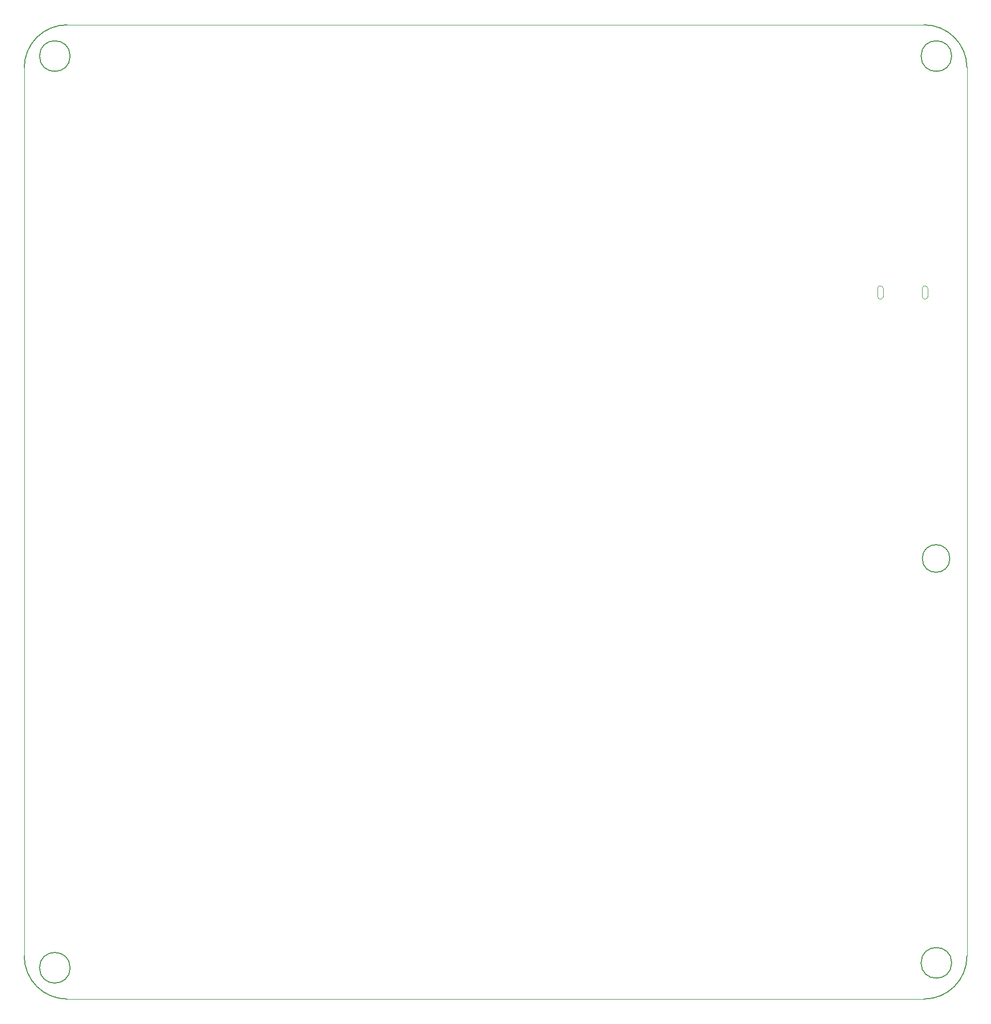
<source format=gm1>
G04 #@! TF.GenerationSoftware,KiCad,Pcbnew,(6.0.1)*
G04 #@! TF.CreationDate,2022-03-17T22:49:27+02:00*
G04 #@! TF.ProjectId,hellen64_NB1,68656c6c-656e-4363-945f-4e42312e6b69,b*
G04 #@! TF.SameCoordinates,PX141ef50PYa2cc1bc*
G04 #@! TF.FileFunction,Profile,NP*
%FSLAX46Y46*%
G04 Gerber Fmt 4.6, Leading zero omitted, Abs format (unit mm)*
G04 Created by KiCad (PCBNEW (6.0.1)) date 2022-03-17 22:49:27*
%MOMM*%
%LPD*%
G01*
G04 APERTURE LIST*
G04 #@! TA.AperFunction,Profile*
%ADD10C,0.200000*%
G04 #@! TD*
G04 #@! TA.AperFunction,Profile*
%ADD11C,0.100000*%
G04 #@! TD*
G04 #@! TA.AperFunction,Profile*
%ADD12C,0.120000*%
G04 #@! TD*
G04 APERTURE END LIST*
D10*
X7000000Y159000000D02*
G75*
G03*
X-1Y152000001I-1J-7000000D01*
G01*
X154000000Y152000000D02*
G75*
G03*
X147000001Y159000001I-7000000J1D01*
G01*
D11*
X154000000Y7000000D02*
X154000000Y152000000D01*
X0Y152000000D02*
X0Y7000000D01*
D10*
X151500000Y153900000D02*
G75*
G03*
X151500000Y153900000I-2500000J0D01*
G01*
X7500000Y5100000D02*
G75*
G03*
X7500000Y5100000I-2500000J0D01*
G01*
D11*
X7000000Y0D02*
X147000000Y0D01*
D10*
X147000000Y0D02*
G75*
G03*
X154000001Y6999999I1J7000000D01*
G01*
X151200800Y71900000D02*
G75*
G03*
X151200800Y71900000I-2250000J0D01*
G01*
X7500000Y153900000D02*
G75*
G03*
X7500000Y153900000I-2500000J0D01*
G01*
X151500000Y5900000D02*
G75*
G03*
X151500000Y5900000I-2500000J0D01*
G01*
X0Y7000000D02*
G75*
G03*
X6999999Y-1I7000000J-1D01*
G01*
D11*
X147000000Y159000000D02*
X7000000Y159000000D01*
D12*
G04 #@! TO.C,J1*
X140298273Y115971558D02*
X140298273Y114591903D01*
X146705087Y114651400D02*
X146705087Y116031055D01*
X139410566Y114657539D02*
X139410566Y116037194D01*
X147592794Y115965419D02*
X147592794Y114585764D01*
X139410565Y114657539D02*
G75*
G03*
X140298272Y114591903I446837J7527D01*
G01*
X146705086Y114651400D02*
G75*
G03*
X147592793Y114585764I446837J7527D01*
G01*
X140298271Y115971558D02*
G75*
G03*
X139410567Y116037194I-446835J-7526D01*
G01*
X147592792Y115965419D02*
G75*
G03*
X146705088Y116031055I-446835J-7526D01*
G01*
G04 #@! TD*
M02*

</source>
